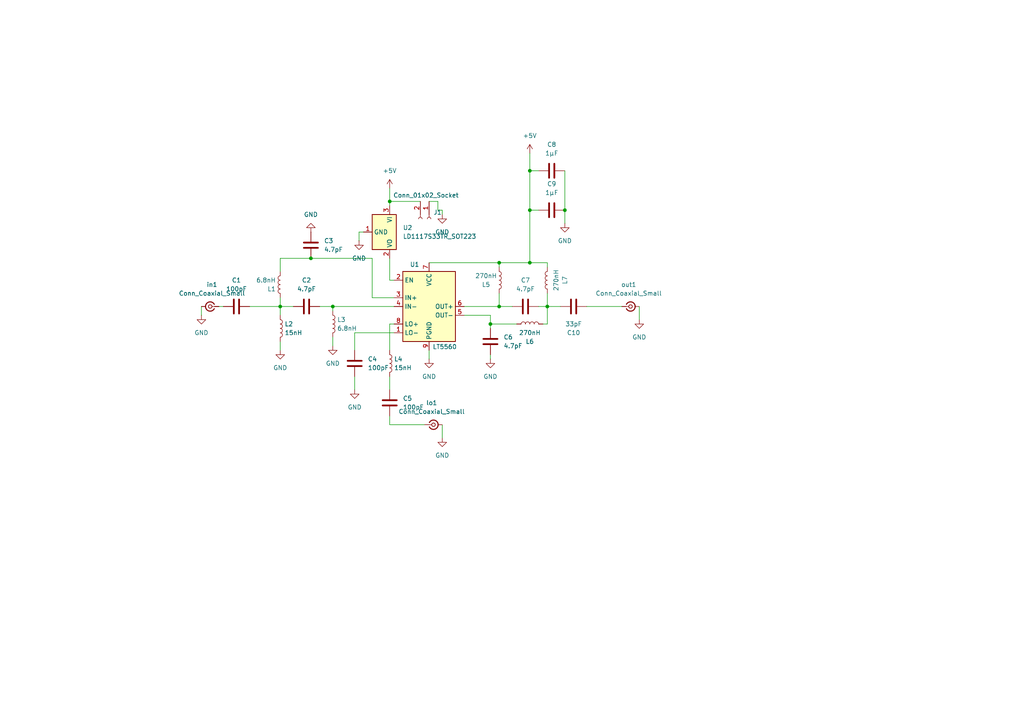
<source format=kicad_sch>
(kicad_sch
	(version 20231120)
	(generator "eeschema")
	(generator_version "8.0")
	(uuid "f1051f32-57d1-49dc-8516-9b20ad105f5c")
	(paper "A4")
	(lib_symbols
		(symbol "Connector:Conn_01x02_Socket"
			(pin_names
				(offset 1.016) hide)
			(exclude_from_sim no)
			(in_bom yes)
			(on_board yes)
			(property "Reference" "J"
				(at 0 2.54 0)
				(effects
					(font
						(size 1.27 1.27)
					)
				)
			)
			(property "Value" "Conn_01x02_Socket"
				(at 0 -5.08 0)
				(effects
					(font
						(size 1.27 1.27)
					)
				)
			)
			(property "Footprint" ""
				(at 0 0 0)
				(effects
					(font
						(size 1.27 1.27)
					)
					(hide yes)
				)
			)
			(property "Datasheet" "~"
				(at 0 0 0)
				(effects
					(font
						(size 1.27 1.27)
					)
					(hide yes)
				)
			)
			(property "Description" "Generic connector, single row, 01x02, script generated"
				(at 0 0 0)
				(effects
					(font
						(size 1.27 1.27)
					)
					(hide yes)
				)
			)
			(property "ki_locked" ""
				(at 0 0 0)
				(effects
					(font
						(size 1.27 1.27)
					)
				)
			)
			(property "ki_keywords" "connector"
				(at 0 0 0)
				(effects
					(font
						(size 1.27 1.27)
					)
					(hide yes)
				)
			)
			(property "ki_fp_filters" "Connector*:*_1x??_*"
				(at 0 0 0)
				(effects
					(font
						(size 1.27 1.27)
					)
					(hide yes)
				)
			)
			(symbol "Conn_01x02_Socket_1_1"
				(arc
					(start 0 -2.032)
					(mid -0.5058 -2.54)
					(end 0 -3.048)
					(stroke
						(width 0.1524)
						(type default)
					)
					(fill
						(type none)
					)
				)
				(polyline
					(pts
						(xy -1.27 -2.54) (xy -0.508 -2.54)
					)
					(stroke
						(width 0.1524)
						(type default)
					)
					(fill
						(type none)
					)
				)
				(polyline
					(pts
						(xy -1.27 0) (xy -0.508 0)
					)
					(stroke
						(width 0.1524)
						(type default)
					)
					(fill
						(type none)
					)
				)
				(arc
					(start 0 0.508)
					(mid -0.5058 0)
					(end 0 -0.508)
					(stroke
						(width 0.1524)
						(type default)
					)
					(fill
						(type none)
					)
				)
				(pin passive line
					(at -5.08 0 0)
					(length 3.81)
					(name "Pin_1"
						(effects
							(font
								(size 1.27 1.27)
							)
						)
					)
					(number "1"
						(effects
							(font
								(size 1.27 1.27)
							)
						)
					)
				)
				(pin passive line
					(at -5.08 -2.54 0)
					(length 3.81)
					(name "Pin_2"
						(effects
							(font
								(size 1.27 1.27)
							)
						)
					)
					(number "2"
						(effects
							(font
								(size 1.27 1.27)
							)
						)
					)
				)
			)
		)
		(symbol "Connector:Conn_Coaxial_Small"
			(pin_numbers hide)
			(pin_names
				(offset 1.016) hide)
			(exclude_from_sim no)
			(in_bom yes)
			(on_board yes)
			(property "Reference" "J"
				(at 0.254 3.048 0)
				(effects
					(font
						(size 1.27 1.27)
					)
				)
			)
			(property "Value" "Conn_Coaxial_Small"
				(at 0 -3.81 0)
				(effects
					(font
						(size 1.27 1.27)
					)
				)
			)
			(property "Footprint" ""
				(at 0 0 0)
				(effects
					(font
						(size 1.27 1.27)
					)
					(hide yes)
				)
			)
			(property "Datasheet" "~"
				(at 0 0 0)
				(effects
					(font
						(size 1.27 1.27)
					)
					(hide yes)
				)
			)
			(property "Description" "small coaxial connector (BNC, SMA, SMB, SMC, Cinch/RCA, LEMO, ...)"
				(at 0 0 0)
				(effects
					(font
						(size 1.27 1.27)
					)
					(hide yes)
				)
			)
			(property "ki_keywords" "BNC SMA SMB SMC LEMO coaxial connector CINCH RCA MCX MMCX U.FL UMRF"
				(at 0 0 0)
				(effects
					(font
						(size 1.27 1.27)
					)
					(hide yes)
				)
			)
			(property "ki_fp_filters" "*BNC* *SMA* *SMB* *SMC* *Cinch* *LEMO* *UMRF* *MCX* *U.FL*"
				(at 0 0 0)
				(effects
					(font
						(size 1.27 1.27)
					)
					(hide yes)
				)
			)
			(symbol "Conn_Coaxial_Small_0_1"
				(polyline
					(pts
						(xy -2.54 0) (xy -0.508 0)
					)
					(stroke
						(width 0)
						(type default)
					)
					(fill
						(type none)
					)
				)
				(circle
					(center 0 0)
					(radius 0.508)
					(stroke
						(width 0.2032)
						(type default)
					)
					(fill
						(type none)
					)
				)
			)
			(symbol "Conn_Coaxial_Small_1_1"
				(arc
					(start -1.1916 -0.6311)
					(mid 0.327 -1.3081)
					(end 1.3484 0.0039)
					(stroke
						(width 0.3048)
						(type default)
					)
					(fill
						(type none)
					)
				)
				(arc
					(start 1.3484 -0.0039)
					(mid 0.327 1.3081)
					(end -1.1916 0.6311)
					(stroke
						(width 0.3048)
						(type default)
					)
					(fill
						(type none)
					)
				)
				(pin passive line
					(at -2.54 0 0)
					(length 1.27)
					(name "In"
						(effects
							(font
								(size 1.27 1.27)
							)
						)
					)
					(number "1"
						(effects
							(font
								(size 1.27 1.27)
							)
						)
					)
				)
				(pin passive line
					(at 2.54 0 180)
					(length 1.27)
					(name "Ext"
						(effects
							(font
								(size 1.27 1.27)
							)
						)
					)
					(number "2"
						(effects
							(font
								(size 1.27 1.27)
							)
						)
					)
				)
			)
		)
		(symbol "Device:C"
			(pin_numbers hide)
			(pin_names
				(offset 0.254)
			)
			(exclude_from_sim no)
			(in_bom yes)
			(on_board yes)
			(property "Reference" "C"
				(at 0.635 2.54 0)
				(effects
					(font
						(size 1.27 1.27)
					)
					(justify left)
				)
			)
			(property "Value" "C"
				(at 0.635 -2.54 0)
				(effects
					(font
						(size 1.27 1.27)
					)
					(justify left)
				)
			)
			(property "Footprint" ""
				(at 0.9652 -3.81 0)
				(effects
					(font
						(size 1.27 1.27)
					)
					(hide yes)
				)
			)
			(property "Datasheet" "~"
				(at 0 0 0)
				(effects
					(font
						(size 1.27 1.27)
					)
					(hide yes)
				)
			)
			(property "Description" "Unpolarized capacitor"
				(at 0 0 0)
				(effects
					(font
						(size 1.27 1.27)
					)
					(hide yes)
				)
			)
			(property "ki_keywords" "cap capacitor"
				(at 0 0 0)
				(effects
					(font
						(size 1.27 1.27)
					)
					(hide yes)
				)
			)
			(property "ki_fp_filters" "C_*"
				(at 0 0 0)
				(effects
					(font
						(size 1.27 1.27)
					)
					(hide yes)
				)
			)
			(symbol "C_0_1"
				(polyline
					(pts
						(xy -2.032 -0.762) (xy 2.032 -0.762)
					)
					(stroke
						(width 0.508)
						(type default)
					)
					(fill
						(type none)
					)
				)
				(polyline
					(pts
						(xy -2.032 0.762) (xy 2.032 0.762)
					)
					(stroke
						(width 0.508)
						(type default)
					)
					(fill
						(type none)
					)
				)
			)
			(symbol "C_1_1"
				(pin passive line
					(at 0 3.81 270)
					(length 2.794)
					(name "~"
						(effects
							(font
								(size 1.27 1.27)
							)
						)
					)
					(number "1"
						(effects
							(font
								(size 1.27 1.27)
							)
						)
					)
				)
				(pin passive line
					(at 0 -3.81 90)
					(length 2.794)
					(name "~"
						(effects
							(font
								(size 1.27 1.27)
							)
						)
					)
					(number "2"
						(effects
							(font
								(size 1.27 1.27)
							)
						)
					)
				)
			)
		)
		(symbol "Device:L"
			(pin_numbers hide)
			(pin_names
				(offset 1.016) hide)
			(exclude_from_sim no)
			(in_bom yes)
			(on_board yes)
			(property "Reference" "L"
				(at -1.27 0 90)
				(effects
					(font
						(size 1.27 1.27)
					)
				)
			)
			(property "Value" "L"
				(at 1.905 0 90)
				(effects
					(font
						(size 1.27 1.27)
					)
				)
			)
			(property "Footprint" ""
				(at 0 0 0)
				(effects
					(font
						(size 1.27 1.27)
					)
					(hide yes)
				)
			)
			(property "Datasheet" "~"
				(at 0 0 0)
				(effects
					(font
						(size 1.27 1.27)
					)
					(hide yes)
				)
			)
			(property "Description" "Inductor"
				(at 0 0 0)
				(effects
					(font
						(size 1.27 1.27)
					)
					(hide yes)
				)
			)
			(property "ki_keywords" "inductor choke coil reactor magnetic"
				(at 0 0 0)
				(effects
					(font
						(size 1.27 1.27)
					)
					(hide yes)
				)
			)
			(property "ki_fp_filters" "Choke_* *Coil* Inductor_* L_*"
				(at 0 0 0)
				(effects
					(font
						(size 1.27 1.27)
					)
					(hide yes)
				)
			)
			(symbol "L_0_1"
				(arc
					(start 0 -2.54)
					(mid 0.6323 -1.905)
					(end 0 -1.27)
					(stroke
						(width 0)
						(type default)
					)
					(fill
						(type none)
					)
				)
				(arc
					(start 0 -1.27)
					(mid 0.6323 -0.635)
					(end 0 0)
					(stroke
						(width 0)
						(type default)
					)
					(fill
						(type none)
					)
				)
				(arc
					(start 0 0)
					(mid 0.6323 0.635)
					(end 0 1.27)
					(stroke
						(width 0)
						(type default)
					)
					(fill
						(type none)
					)
				)
				(arc
					(start 0 1.27)
					(mid 0.6323 1.905)
					(end 0 2.54)
					(stroke
						(width 0)
						(type default)
					)
					(fill
						(type none)
					)
				)
			)
			(symbol "L_1_1"
				(pin passive line
					(at 0 3.81 270)
					(length 1.27)
					(name "1"
						(effects
							(font
								(size 1.27 1.27)
							)
						)
					)
					(number "1"
						(effects
							(font
								(size 1.27 1.27)
							)
						)
					)
				)
				(pin passive line
					(at 0 -3.81 90)
					(length 1.27)
					(name "2"
						(effects
							(font
								(size 1.27 1.27)
							)
						)
					)
					(number "2"
						(effects
							(font
								(size 1.27 1.27)
							)
						)
					)
				)
			)
		)
		(symbol "RF_Mixer:LT5560"
			(exclude_from_sim no)
			(in_bom yes)
			(on_board yes)
			(property "Reference" "U"
				(at -3.81 13.97 0)
				(effects
					(font
						(size 1.27 1.27)
					)
				)
			)
			(property "Value" "LT5560"
				(at -6.35 11.43 0)
				(effects
					(font
						(size 1.27 1.27)
					)
				)
			)
			(property "Footprint" "Package_DFN_QFN:DFN-8-1EP_3x3mm_P0.5mm_EP1.66x2.38mm"
				(at 0 0 0)
				(effects
					(font
						(size 1.27 1.27)
					)
					(hide yes)
				)
			)
			(property "Datasheet" "https://www.analog.com/media/en/technical-documentation/data-sheets/5560f.pdf"
				(at 1.27 -19.05 0)
				(effects
					(font
						(size 1.27 1.27)
					)
					(hide yes)
				)
			)
			(property "Description" "0.01MHz to 4GHz Low Power Active Mixer, DFN-8"
				(at 0 0 0)
				(effects
					(font
						(size 1.27 1.27)
					)
					(hide yes)
				)
			)
			(property "ki_keywords" "rf mixer"
				(at 0 0 0)
				(effects
					(font
						(size 1.27 1.27)
					)
					(hide yes)
				)
			)
			(property "ki_fp_filters" "DFN*3x3mm*P0.5mm*"
				(at 0 0 0)
				(effects
					(font
						(size 1.27 1.27)
					)
					(hide yes)
				)
			)
			(symbol "LT5560_0_1"
				(rectangle
					(start -7.62 10.16)
					(end 7.62 -10.16)
					(stroke
						(width 0.254)
						(type default)
					)
					(fill
						(type background)
					)
				)
			)
			(symbol "LT5560_1_1"
				(pin input line
					(at -10.16 -7.62 0)
					(length 2.54)
					(name "LO-"
						(effects
							(font
								(size 1.27 1.27)
							)
						)
					)
					(number "1"
						(effects
							(font
								(size 1.27 1.27)
							)
						)
					)
				)
				(pin input line
					(at -10.16 7.62 0)
					(length 2.54)
					(name "EN"
						(effects
							(font
								(size 1.27 1.27)
							)
						)
					)
					(number "2"
						(effects
							(font
								(size 1.27 1.27)
							)
						)
					)
				)
				(pin input line
					(at -10.16 2.54 0)
					(length 2.54)
					(name "IN+"
						(effects
							(font
								(size 1.27 1.27)
							)
						)
					)
					(number "3"
						(effects
							(font
								(size 1.27 1.27)
							)
						)
					)
				)
				(pin input line
					(at -10.16 0 0)
					(length 2.54)
					(name "IN-"
						(effects
							(font
								(size 1.27 1.27)
							)
						)
					)
					(number "4"
						(effects
							(font
								(size 1.27 1.27)
							)
						)
					)
				)
				(pin output line
					(at 10.16 -2.54 180)
					(length 2.54)
					(name "OUT-"
						(effects
							(font
								(size 1.27 1.27)
							)
						)
					)
					(number "5"
						(effects
							(font
								(size 1.27 1.27)
							)
						)
					)
				)
				(pin output line
					(at 10.16 0 180)
					(length 2.54)
					(name "OUT+"
						(effects
							(font
								(size 1.27 1.27)
							)
						)
					)
					(number "6"
						(effects
							(font
								(size 1.27 1.27)
							)
						)
					)
				)
				(pin power_in line
					(at 0 12.7 270)
					(length 2.54)
					(name "VCC"
						(effects
							(font
								(size 1.27 1.27)
							)
						)
					)
					(number "7"
						(effects
							(font
								(size 1.27 1.27)
							)
						)
					)
				)
				(pin input line
					(at -10.16 -5.08 0)
					(length 2.54)
					(name "LO+"
						(effects
							(font
								(size 1.27 1.27)
							)
						)
					)
					(number "8"
						(effects
							(font
								(size 1.27 1.27)
							)
						)
					)
				)
				(pin power_in line
					(at 0 -12.7 90)
					(length 2.54)
					(name "PGND"
						(effects
							(font
								(size 1.27 1.27)
							)
						)
					)
					(number "9"
						(effects
							(font
								(size 1.27 1.27)
							)
						)
					)
				)
			)
		)
		(symbol "Regulator_Linear:LD1117S33TR_SOT223"
			(exclude_from_sim no)
			(in_bom yes)
			(on_board yes)
			(property "Reference" "U"
				(at -3.81 3.175 0)
				(effects
					(font
						(size 1.27 1.27)
					)
				)
			)
			(property "Value" "LD1117S33TR_SOT223"
				(at 0 3.175 0)
				(effects
					(font
						(size 1.27 1.27)
					)
					(justify left)
				)
			)
			(property "Footprint" "Package_TO_SOT_SMD:SOT-223-3_TabPin2"
				(at 0 5.08 0)
				(effects
					(font
						(size 1.27 1.27)
					)
					(hide yes)
				)
			)
			(property "Datasheet" "http://www.st.com/st-web-ui/static/active/en/resource/technical/document/datasheet/CD00000544.pdf"
				(at 2.54 -6.35 0)
				(effects
					(font
						(size 1.27 1.27)
					)
					(hide yes)
				)
			)
			(property "Description" "800mA Fixed Low Drop Positive Voltage Regulator, Fixed Output 3.3V, SOT-223"
				(at 0 0 0)
				(effects
					(font
						(size 1.27 1.27)
					)
					(hide yes)
				)
			)
			(property "ki_keywords" "REGULATOR LDO 3.3V"
				(at 0 0 0)
				(effects
					(font
						(size 1.27 1.27)
					)
					(hide yes)
				)
			)
			(property "ki_fp_filters" "SOT?223*TabPin2*"
				(at 0 0 0)
				(effects
					(font
						(size 1.27 1.27)
					)
					(hide yes)
				)
			)
			(symbol "LD1117S33TR_SOT223_0_1"
				(rectangle
					(start -5.08 -5.08)
					(end 5.08 1.905)
					(stroke
						(width 0.254)
						(type default)
					)
					(fill
						(type background)
					)
				)
			)
			(symbol "LD1117S33TR_SOT223_1_1"
				(pin power_in line
					(at 0 -7.62 90)
					(length 2.54)
					(name "GND"
						(effects
							(font
								(size 1.27 1.27)
							)
						)
					)
					(number "1"
						(effects
							(font
								(size 1.27 1.27)
							)
						)
					)
				)
				(pin power_out line
					(at 7.62 0 180)
					(length 2.54)
					(name "VO"
						(effects
							(font
								(size 1.27 1.27)
							)
						)
					)
					(number "2"
						(effects
							(font
								(size 1.27 1.27)
							)
						)
					)
				)
				(pin power_in line
					(at -7.62 0 0)
					(length 2.54)
					(name "VI"
						(effects
							(font
								(size 1.27 1.27)
							)
						)
					)
					(number "3"
						(effects
							(font
								(size 1.27 1.27)
							)
						)
					)
				)
			)
		)
		(symbol "power:+5V"
			(power)
			(pin_numbers hide)
			(pin_names
				(offset 0) hide)
			(exclude_from_sim no)
			(in_bom yes)
			(on_board yes)
			(property "Reference" "#PWR"
				(at 0 -3.81 0)
				(effects
					(font
						(size 1.27 1.27)
					)
					(hide yes)
				)
			)
			(property "Value" "+5V"
				(at 0 3.556 0)
				(effects
					(font
						(size 1.27 1.27)
					)
				)
			)
			(property "Footprint" ""
				(at 0 0 0)
				(effects
					(font
						(size 1.27 1.27)
					)
					(hide yes)
				)
			)
			(property "Datasheet" ""
				(at 0 0 0)
				(effects
					(font
						(size 1.27 1.27)
					)
					(hide yes)
				)
			)
			(property "Description" "Power symbol creates a global label with name \"+5V\""
				(at 0 0 0)
				(effects
					(font
						(size 1.27 1.27)
					)
					(hide yes)
				)
			)
			(property "ki_keywords" "global power"
				(at 0 0 0)
				(effects
					(font
						(size 1.27 1.27)
					)
					(hide yes)
				)
			)
			(symbol "+5V_0_1"
				(polyline
					(pts
						(xy -0.762 1.27) (xy 0 2.54)
					)
					(stroke
						(width 0)
						(type default)
					)
					(fill
						(type none)
					)
				)
				(polyline
					(pts
						(xy 0 0) (xy 0 2.54)
					)
					(stroke
						(width 0)
						(type default)
					)
					(fill
						(type none)
					)
				)
				(polyline
					(pts
						(xy 0 2.54) (xy 0.762 1.27)
					)
					(stroke
						(width 0)
						(type default)
					)
					(fill
						(type none)
					)
				)
			)
			(symbol "+5V_1_1"
				(pin power_in line
					(at 0 0 90)
					(length 0)
					(name "~"
						(effects
							(font
								(size 1.27 1.27)
							)
						)
					)
					(number "1"
						(effects
							(font
								(size 1.27 1.27)
							)
						)
					)
				)
			)
		)
		(symbol "power:GND"
			(power)
			(pin_numbers hide)
			(pin_names
				(offset 0) hide)
			(exclude_from_sim no)
			(in_bom yes)
			(on_board yes)
			(property "Reference" "#PWR"
				(at 0 -6.35 0)
				(effects
					(font
						(size 1.27 1.27)
					)
					(hide yes)
				)
			)
			(property "Value" "GND"
				(at 0 -3.81 0)
				(effects
					(font
						(size 1.27 1.27)
					)
				)
			)
			(property "Footprint" ""
				(at 0 0 0)
				(effects
					(font
						(size 1.27 1.27)
					)
					(hide yes)
				)
			)
			(property "Datasheet" ""
				(at 0 0 0)
				(effects
					(font
						(size 1.27 1.27)
					)
					(hide yes)
				)
			)
			(property "Description" "Power symbol creates a global label with name \"GND\" , ground"
				(at 0 0 0)
				(effects
					(font
						(size 1.27 1.27)
					)
					(hide yes)
				)
			)
			(property "ki_keywords" "global power"
				(at 0 0 0)
				(effects
					(font
						(size 1.27 1.27)
					)
					(hide yes)
				)
			)
			(symbol "GND_0_1"
				(polyline
					(pts
						(xy 0 0) (xy 0 -1.27) (xy 1.27 -1.27) (xy 0 -2.54) (xy -1.27 -1.27) (xy 0 -1.27)
					)
					(stroke
						(width 0)
						(type default)
					)
					(fill
						(type none)
					)
				)
			)
			(symbol "GND_1_1"
				(pin power_in line
					(at 0 0 270)
					(length 0)
					(name "~"
						(effects
							(font
								(size 1.27 1.27)
							)
						)
					)
					(number "1"
						(effects
							(font
								(size 1.27 1.27)
							)
						)
					)
				)
			)
		)
	)
	(junction
		(at 142.24 93.98)
		(diameter 0)
		(color 0 0 0 0)
		(uuid "05edf8be-9ddf-4aca-8581-55b8e4a5b7dc")
	)
	(junction
		(at 153.67 49.53)
		(diameter 0)
		(color 0 0 0 0)
		(uuid "444e5eac-749e-4093-8183-2c92367db257")
	)
	(junction
		(at 163.83 60.96)
		(diameter 0)
		(color 0 0 0 0)
		(uuid "4b21dafe-82b0-4645-a5c1-9623f48b1df0")
	)
	(junction
		(at 81.28 88.9)
		(diameter 0)
		(color 0 0 0 0)
		(uuid "6fb27adb-a18a-4121-8b83-a7b3070d0ca8")
	)
	(junction
		(at 144.78 88.9)
		(diameter 0)
		(color 0 0 0 0)
		(uuid "89a04f7e-564b-4d53-b11c-baab7752dc71")
	)
	(junction
		(at 153.67 76.2)
		(diameter 0)
		(color 0 0 0 0)
		(uuid "9b2862a2-34ed-43a5-bddf-70e55879f7ec")
	)
	(junction
		(at 90.17 74.93)
		(diameter 0)
		(color 0 0 0 0)
		(uuid "a0626f38-f58f-4bbe-97d3-541629ca6e02")
	)
	(junction
		(at 113.03 58.42)
		(diameter 0)
		(color 0 0 0 0)
		(uuid "b9ef6445-32f8-43a4-b824-fb5f6e2a031d")
	)
	(junction
		(at 158.75 88.9)
		(diameter 0)
		(color 0 0 0 0)
		(uuid "c368748c-3514-4bb6-b29c-e750fa3c746b")
	)
	(junction
		(at 144.78 76.2)
		(diameter 0)
		(color 0 0 0 0)
		(uuid "cbc59467-5fa0-414d-8eae-1a0531a350ab")
	)
	(junction
		(at 153.67 60.96)
		(diameter 0)
		(color 0 0 0 0)
		(uuid "d3f2a959-f4f4-4f10-ba37-575348b52d72")
	)
	(junction
		(at 96.52 88.9)
		(diameter 0)
		(color 0 0 0 0)
		(uuid "f824d76d-02f7-46f9-8884-2de0047f5086")
	)
	(wire
		(pts
			(xy 107.95 86.36) (xy 107.95 74.93)
		)
		(stroke
			(width 0)
			(type default)
		)
		(uuid "03b5c288-7ec6-45c9-97c0-e478627613bb")
	)
	(wire
		(pts
			(xy 180.34 88.9) (xy 170.18 88.9)
		)
		(stroke
			(width 0)
			(type default)
		)
		(uuid "0f055e43-58f1-4817-91e3-58eef80a9a1b")
	)
	(wire
		(pts
			(xy 124.46 101.6) (xy 124.46 104.14)
		)
		(stroke
			(width 0)
			(type default)
		)
		(uuid "19a34685-53df-4b44-a8d3-843136598aad")
	)
	(wire
		(pts
			(xy 72.39 88.9) (xy 81.28 88.9)
		)
		(stroke
			(width 0)
			(type default)
		)
		(uuid "1fe3f2f1-4c29-49a6-b30f-75b17e3fe18f")
	)
	(wire
		(pts
			(xy 185.42 88.9) (xy 185.42 92.71)
		)
		(stroke
			(width 0)
			(type default)
		)
		(uuid "23ebeb40-af50-4c80-b472-df079cf4f51a")
	)
	(wire
		(pts
			(xy 144.78 85.09) (xy 144.78 88.9)
		)
		(stroke
			(width 0)
			(type default)
		)
		(uuid "2506c8b7-351f-4644-a339-9aaa47dd6863")
	)
	(wire
		(pts
			(xy 144.78 76.2) (xy 144.78 77.47)
		)
		(stroke
			(width 0)
			(type default)
		)
		(uuid "25376d0e-c333-4d91-a536-4bba635676eb")
	)
	(wire
		(pts
			(xy 81.28 91.44) (xy 81.28 88.9)
		)
		(stroke
			(width 0)
			(type default)
		)
		(uuid "254c4e22-e4d1-4028-ba9c-f319a05e12bd")
	)
	(wire
		(pts
			(xy 142.24 102.87) (xy 142.24 104.14)
		)
		(stroke
			(width 0)
			(type default)
		)
		(uuid "27c073f8-50a8-4fc7-9aaf-b20017b2fedf")
	)
	(wire
		(pts
			(xy 81.28 88.9) (xy 81.28 86.36)
		)
		(stroke
			(width 0)
			(type default)
		)
		(uuid "309a4e3c-f47f-4183-aeef-e6be2aae3148")
	)
	(wire
		(pts
			(xy 113.03 54.61) (xy 113.03 58.42)
		)
		(stroke
			(width 0)
			(type default)
		)
		(uuid "3324efa1-ddd6-4ff7-b6a2-f709b7bc5435")
	)
	(wire
		(pts
			(xy 105.41 67.31) (xy 104.14 67.31)
		)
		(stroke
			(width 0)
			(type default)
		)
		(uuid "3502a4ea-e7ce-49ed-a88f-0b4257e80cd9")
	)
	(wire
		(pts
			(xy 158.75 88.9) (xy 162.56 88.9)
		)
		(stroke
			(width 0)
			(type default)
		)
		(uuid "396145cf-b9e4-4ae8-addb-a3247cc2f13c")
	)
	(wire
		(pts
			(xy 158.75 93.98) (xy 158.75 88.9)
		)
		(stroke
			(width 0)
			(type default)
		)
		(uuid "3f61bfd0-4122-4df8-b6ff-e397fcfa55be")
	)
	(wire
		(pts
			(xy 153.67 49.53) (xy 156.21 49.53)
		)
		(stroke
			(width 0)
			(type default)
		)
		(uuid "3f8c72c6-9b14-46e8-b00d-add7602c785e")
	)
	(wire
		(pts
			(xy 104.14 67.31) (xy 104.14 69.85)
		)
		(stroke
			(width 0)
			(type default)
		)
		(uuid "471b5ffa-e42c-4347-94d8-1d17bd7cfd58")
	)
	(wire
		(pts
			(xy 102.87 109.22) (xy 102.87 113.03)
		)
		(stroke
			(width 0)
			(type default)
		)
		(uuid "4b7ece8b-a1aa-4c85-91b2-05aa392f626c")
	)
	(wire
		(pts
			(xy 153.67 49.53) (xy 153.67 60.96)
		)
		(stroke
			(width 0)
			(type default)
		)
		(uuid "55dce81c-36de-4977-8054-92439b20c5fc")
	)
	(wire
		(pts
			(xy 142.24 93.98) (xy 149.86 93.98)
		)
		(stroke
			(width 0)
			(type default)
		)
		(uuid "62c5500e-9f00-4171-a28f-5155579f32ac")
	)
	(wire
		(pts
			(xy 142.24 95.25) (xy 142.24 93.98)
		)
		(stroke
			(width 0)
			(type default)
		)
		(uuid "63303ef2-4520-4ea9-b478-3131d0b6d6c9")
	)
	(wire
		(pts
			(xy 158.75 85.09) (xy 158.75 88.9)
		)
		(stroke
			(width 0)
			(type default)
		)
		(uuid "63ea9c17-5c9f-487d-8243-d6a8ee7b49d0")
	)
	(wire
		(pts
			(xy 113.03 58.42) (xy 121.92 58.42)
		)
		(stroke
			(width 0)
			(type default)
		)
		(uuid "645c9472-8769-43a0-9f99-8f2bb67151cc")
	)
	(wire
		(pts
			(xy 81.28 101.6) (xy 81.28 99.06)
		)
		(stroke
			(width 0)
			(type default)
		)
		(uuid "64caf787-85a2-406d-b965-3ad01a3fe4f1")
	)
	(wire
		(pts
			(xy 144.78 88.9) (xy 148.59 88.9)
		)
		(stroke
			(width 0)
			(type default)
		)
		(uuid "655b5722-64df-4a52-a7ff-a3bb2d51d221")
	)
	(wire
		(pts
			(xy 153.67 76.2) (xy 158.75 76.2)
		)
		(stroke
			(width 0)
			(type default)
		)
		(uuid "6980b717-618a-4bcb-9dc4-5d97c1ddfd57")
	)
	(wire
		(pts
			(xy 124.46 76.2) (xy 144.78 76.2)
		)
		(stroke
			(width 0)
			(type default)
		)
		(uuid "6b08342c-653d-4440-a070-d183fecc505e")
	)
	(wire
		(pts
			(xy 163.83 64.77) (xy 163.83 60.96)
		)
		(stroke
			(width 0)
			(type default)
		)
		(uuid "6bddd35c-e6bd-47c0-812b-603c26ad420d")
	)
	(wire
		(pts
			(xy 113.03 93.98) (xy 114.3 93.98)
		)
		(stroke
			(width 0)
			(type default)
		)
		(uuid "76109df0-3477-42c9-b556-93f988a97602")
	)
	(wire
		(pts
			(xy 63.5 88.9) (xy 64.77 88.9)
		)
		(stroke
			(width 0)
			(type default)
		)
		(uuid "775ed9fb-9314-4b81-abc0-95c08f45c252")
	)
	(wire
		(pts
			(xy 158.75 76.2) (xy 158.75 77.47)
		)
		(stroke
			(width 0)
			(type default)
		)
		(uuid "7b3a2b1e-e51d-411b-b20e-4c7069ce097a")
	)
	(wire
		(pts
			(xy 113.03 123.19) (xy 113.03 120.65)
		)
		(stroke
			(width 0)
			(type default)
		)
		(uuid "83b97da4-3545-4ed9-b34b-ad4fc92419bc")
	)
	(wire
		(pts
			(xy 92.71 88.9) (xy 96.52 88.9)
		)
		(stroke
			(width 0)
			(type default)
		)
		(uuid "85dd3485-b1b6-4e21-9322-322aa1c29b4e")
	)
	(wire
		(pts
			(xy 156.21 88.9) (xy 158.75 88.9)
		)
		(stroke
			(width 0)
			(type default)
		)
		(uuid "8ed05d5c-1032-49c5-be88-14da6d6762b2")
	)
	(wire
		(pts
			(xy 85.09 88.9) (xy 81.28 88.9)
		)
		(stroke
			(width 0)
			(type default)
		)
		(uuid "8eeb0765-bf6b-44d3-8d9b-23e497e97781")
	)
	(wire
		(pts
			(xy 102.87 96.52) (xy 114.3 96.52)
		)
		(stroke
			(width 0)
			(type default)
		)
		(uuid "921fbd52-5a30-44b7-8f8c-48bcb556993b")
	)
	(wire
		(pts
			(xy 128.27 60.96) (xy 127 60.96)
		)
		(stroke
			(width 0)
			(type default)
		)
		(uuid "94ffc35f-95c8-46e6-9f7a-79cb10a7b952")
	)
	(wire
		(pts
			(xy 96.52 88.9) (xy 96.52 90.17)
		)
		(stroke
			(width 0)
			(type default)
		)
		(uuid "98dd8ebd-7300-4de0-bac1-25449b149008")
	)
	(wire
		(pts
			(xy 102.87 101.6) (xy 102.87 96.52)
		)
		(stroke
			(width 0)
			(type default)
		)
		(uuid "99a3f78e-fbaa-4af3-8ed9-50b09935d957")
	)
	(wire
		(pts
			(xy 142.24 93.98) (xy 142.24 91.44)
		)
		(stroke
			(width 0)
			(type default)
		)
		(uuid "9d0fa0bd-40ca-4bce-bb9f-0c131e7450a9")
	)
	(wire
		(pts
			(xy 127 60.96) (xy 127 58.42)
		)
		(stroke
			(width 0)
			(type default)
		)
		(uuid "9d3bf2fe-2561-4407-addd-29b8b5e22291")
	)
	(wire
		(pts
			(xy 128.27 123.19) (xy 128.27 127)
		)
		(stroke
			(width 0)
			(type default)
		)
		(uuid "a0a3b3d5-d497-4a04-b5e2-a2d93ac8444f")
	)
	(wire
		(pts
			(xy 153.67 44.45) (xy 153.67 49.53)
		)
		(stroke
			(width 0)
			(type default)
		)
		(uuid "a1df52b5-223d-4cc2-9464-984af2bb6c1a")
	)
	(wire
		(pts
			(xy 123.19 123.19) (xy 113.03 123.19)
		)
		(stroke
			(width 0)
			(type default)
		)
		(uuid "a75c7b5e-8366-4580-92a9-8f38a579383f")
	)
	(wire
		(pts
			(xy 114.3 86.36) (xy 107.95 86.36)
		)
		(stroke
			(width 0)
			(type default)
		)
		(uuid "a82d48ab-cbf4-423e-9e18-53fd61d4b589")
	)
	(wire
		(pts
			(xy 58.42 91.44) (xy 58.42 88.9)
		)
		(stroke
			(width 0)
			(type default)
		)
		(uuid "aaa3e224-8ef7-43f2-a97b-8daaafa7b448")
	)
	(wire
		(pts
			(xy 107.95 74.93) (xy 90.17 74.93)
		)
		(stroke
			(width 0)
			(type default)
		)
		(uuid "aec2b81b-d1de-49a7-8c6d-460b69687876")
	)
	(wire
		(pts
			(xy 144.78 76.2) (xy 153.67 76.2)
		)
		(stroke
			(width 0)
			(type default)
		)
		(uuid "b0d24422-eba5-4e4f-8ba4-6fca7f10b40d")
	)
	(wire
		(pts
			(xy 113.03 74.93) (xy 113.03 81.28)
		)
		(stroke
			(width 0)
			(type default)
		)
		(uuid "b1a4d224-aeb6-412a-8c53-fc0907ed3fc7")
	)
	(wire
		(pts
			(xy 163.83 49.53) (xy 163.83 60.96)
		)
		(stroke
			(width 0)
			(type default)
		)
		(uuid "bb1fff33-f3d8-4162-b0df-f05017b077c0")
	)
	(wire
		(pts
			(xy 96.52 97.79) (xy 96.52 100.33)
		)
		(stroke
			(width 0)
			(type default)
		)
		(uuid "bb9fda77-9dc2-4fc8-902d-96b2e06f1d72")
	)
	(wire
		(pts
			(xy 113.03 81.28) (xy 114.3 81.28)
		)
		(stroke
			(width 0)
			(type default)
		)
		(uuid "be96269b-c67f-4f89-9356-a66d5adcf9b3")
	)
	(wire
		(pts
			(xy 114.3 88.9) (xy 96.52 88.9)
		)
		(stroke
			(width 0)
			(type default)
		)
		(uuid "cb655d21-b1a8-4732-89e4-a32f106ed296")
	)
	(wire
		(pts
			(xy 113.03 58.42) (xy 113.03 59.69)
		)
		(stroke
			(width 0)
			(type default)
		)
		(uuid "cdd10c6d-12d2-460d-8ea6-e6c2de2cdc61")
	)
	(wire
		(pts
			(xy 113.03 109.22) (xy 113.03 113.03)
		)
		(stroke
			(width 0)
			(type default)
		)
		(uuid "d162f785-00e9-4c58-8e74-f4e92a809a58")
	)
	(wire
		(pts
			(xy 124.46 58.42) (xy 127 58.42)
		)
		(stroke
			(width 0)
			(type default)
		)
		(uuid "d9265805-4fdb-45b2-aa56-047a5f97244c")
	)
	(wire
		(pts
			(xy 128.27 62.23) (xy 128.27 60.96)
		)
		(stroke
			(width 0)
			(type default)
		)
		(uuid "ddaf75ca-c135-4407-a9ec-7ac0fa3d7b2f")
	)
	(wire
		(pts
			(xy 81.28 78.74) (xy 81.28 74.93)
		)
		(stroke
			(width 0)
			(type default)
		)
		(uuid "e3175f87-24e3-4fa5-9458-a7c8372428d5")
	)
	(wire
		(pts
			(xy 81.28 74.93) (xy 90.17 74.93)
		)
		(stroke
			(width 0)
			(type default)
		)
		(uuid "e35f6d0e-857b-4a45-86f3-59615efc30c5")
	)
	(wire
		(pts
			(xy 142.24 91.44) (xy 134.62 91.44)
		)
		(stroke
			(width 0)
			(type default)
		)
		(uuid "e5e9f43a-2ae2-46d9-be9e-65e99fb9d5e3")
	)
	(wire
		(pts
			(xy 157.48 93.98) (xy 158.75 93.98)
		)
		(stroke
			(width 0)
			(type default)
		)
		(uuid "e8217544-9a0a-482b-b5fd-c31a3f124555")
	)
	(wire
		(pts
			(xy 156.21 60.96) (xy 153.67 60.96)
		)
		(stroke
			(width 0)
			(type default)
		)
		(uuid "f16ad8e6-8d01-4c4e-8da1-7f609d372585")
	)
	(wire
		(pts
			(xy 153.67 60.96) (xy 153.67 76.2)
		)
		(stroke
			(width 0)
			(type default)
		)
		(uuid "f2e34905-6a2c-44e0-b23b-8c2819f55af5")
	)
	(wire
		(pts
			(xy 134.62 88.9) (xy 144.78 88.9)
		)
		(stroke
			(width 0)
			(type default)
		)
		(uuid "f9ad2997-0949-4247-ba78-0bb8df164c8f")
	)
	(wire
		(pts
			(xy 113.03 101.6) (xy 113.03 93.98)
		)
		(stroke
			(width 0)
			(type default)
		)
		(uuid "f9ffaac9-3b21-4596-8a56-22f5a34b2e6f")
	)
	(symbol
		(lib_id "Device:L")
		(at 158.75 81.28 0)
		(mirror y)
		(unit 1)
		(exclude_from_sim no)
		(in_bom yes)
		(on_board yes)
		(dnp no)
		(uuid "01c75963-1528-4fa9-9ab8-1c61db731f00")
		(property "Reference" "L7"
			(at 163.83 81.28 90)
			(effects
				(font
					(size 1.27 1.27)
				)
			)
		)
		(property "Value" "270nH"
			(at 161.29 81.28 90)
			(effects
				(font
					(size 1.27 1.27)
				)
			)
		)
		(property "Footprint" "Inductor_SMD:L_1206_3216Metric_Pad1.42x1.75mm_HandSolder"
			(at 158.75 81.28 0)
			(effects
				(font
					(size 1.27 1.27)
				)
				(hide yes)
			)
		)
		(property "Datasheet" "~"
			(at 158.75 81.28 0)
			(effects
				(font
					(size 1.27 1.27)
				)
				(hide yes)
			)
		)
		(property "Description" "Inductor"
			(at 158.75 81.28 0)
			(effects
				(font
					(size 1.27 1.27)
				)
				(hide yes)
			)
		)
		(pin "1"
			(uuid "8a53c4f3-6aa8-4336-86a7-e2c641be4186")
		)
		(pin "2"
			(uuid "c46889a4-f64f-4ddc-a937-512e1f74b3ec")
		)
		(instances
			(project "rf Mixer"
				(path "/f1051f32-57d1-49dc-8516-9b20ad105f5c"
					(reference "L7")
					(unit 1)
				)
			)
		)
	)
	(symbol
		(lib_id "Device:L")
		(at 153.67 93.98 270)
		(mirror x)
		(unit 1)
		(exclude_from_sim no)
		(in_bom yes)
		(on_board yes)
		(dnp no)
		(uuid "0411df96-f35e-422c-8f61-2d184688ecc8")
		(property "Reference" "L6"
			(at 153.67 99.06 90)
			(effects
				(font
					(size 1.27 1.27)
				)
			)
		)
		(property "Value" "270nH"
			(at 153.67 96.52 90)
			(effects
				(font
					(size 1.27 1.27)
				)
			)
		)
		(property "Footprint" "Inductor_SMD:L_1206_3216Metric_Pad1.42x1.75mm_HandSolder"
			(at 153.67 93.98 0)
			(effects
				(font
					(size 1.27 1.27)
				)
				(hide yes)
			)
		)
		(property "Datasheet" "~"
			(at 153.67 93.98 0)
			(effects
				(font
					(size 1.27 1.27)
				)
				(hide yes)
			)
		)
		(property "Description" "Inductor"
			(at 153.67 93.98 0)
			(effects
				(font
					(size 1.27 1.27)
				)
				(hide yes)
			)
		)
		(pin "1"
			(uuid "3b726420-8138-4e66-a224-0f8bc710ab5f")
		)
		(pin "2"
			(uuid "b5d0a058-ef9f-4844-84ac-ec9efa073572")
		)
		(instances
			(project "rf Mixer"
				(path "/f1051f32-57d1-49dc-8516-9b20ad105f5c"
					(reference "L6")
					(unit 1)
				)
			)
		)
	)
	(symbol
		(lib_id "power:+5V")
		(at 153.67 44.45 0)
		(unit 1)
		(exclude_from_sim no)
		(in_bom yes)
		(on_board yes)
		(dnp no)
		(fields_autoplaced yes)
		(uuid "0cb16b5c-6bbc-45ca-96b3-b1c27b19e0d5")
		(property "Reference" "#PWR011"
			(at 153.67 48.26 0)
			(effects
				(font
					(size 1.27 1.27)
				)
				(hide yes)
			)
		)
		(property "Value" "+5V"
			(at 153.67 39.37 0)
			(effects
				(font
					(size 1.27 1.27)
				)
			)
		)
		(property "Footprint" ""
			(at 153.67 44.45 0)
			(effects
				(font
					(size 1.27 1.27)
				)
				(hide yes)
			)
		)
		(property "Datasheet" ""
			(at 153.67 44.45 0)
			(effects
				(font
					(size 1.27 1.27)
				)
				(hide yes)
			)
		)
		(property "Description" "Power symbol creates a global label with name \"+5V\""
			(at 153.67 44.45 0)
			(effects
				(font
					(size 1.27 1.27)
				)
				(hide yes)
			)
		)
		(pin "1"
			(uuid "312811fe-e758-485c-9877-674d640351e4")
		)
		(instances
			(project ""
				(path "/f1051f32-57d1-49dc-8516-9b20ad105f5c"
					(reference "#PWR011")
					(unit 1)
				)
			)
		)
	)
	(symbol
		(lib_id "Connector:Conn_Coaxial_Small")
		(at 182.88 88.9 0)
		(unit 1)
		(exclude_from_sim no)
		(in_bom yes)
		(on_board yes)
		(dnp no)
		(fields_autoplaced yes)
		(uuid "13f16d96-5ceb-4ea6-aa06-93ad0518843b")
		(property "Reference" "out1"
			(at 182.3604 82.55 0)
			(effects
				(font
					(size 1.27 1.27)
				)
			)
		)
		(property "Value" "Conn_Coaxial_Small"
			(at 182.3604 85.09 0)
			(effects
				(font
					(size 1.27 1.27)
				)
			)
		)
		(property "Footprint" "Connector_Coaxial:SMA_Samtec_SMA-J-P-H-ST-EM1_EdgeMount"
			(at 182.88 88.9 0)
			(effects
				(font
					(size 1.27 1.27)
				)
				(hide yes)
			)
		)
		(property "Datasheet" "~"
			(at 182.88 88.9 0)
			(effects
				(font
					(size 1.27 1.27)
				)
				(hide yes)
			)
		)
		(property "Description" "small coaxial connector (BNC, SMA, SMB, SMC, Cinch/RCA, LEMO, ...)"
			(at 182.88 88.9 0)
			(effects
				(font
					(size 1.27 1.27)
				)
				(hide yes)
			)
		)
		(pin "1"
			(uuid "63f5db49-7464-41d0-914b-2d850b245ca5")
		)
		(pin "2"
			(uuid "46e82583-2311-4ed0-befd-e92f791df270")
		)
		(instances
			(project "rf Mixer"
				(path "/f1051f32-57d1-49dc-8516-9b20ad105f5c"
					(reference "out1")
					(unit 1)
				)
			)
		)
	)
	(symbol
		(lib_id "power:GND")
		(at 81.28 101.6 0)
		(unit 1)
		(exclude_from_sim no)
		(in_bom yes)
		(on_board yes)
		(dnp no)
		(fields_autoplaced yes)
		(uuid "20a38e39-b791-4086-a9b5-df48ea6b7f41")
		(property "Reference" "#PWR02"
			(at 81.28 107.95 0)
			(effects
				(font
					(size 1.27 1.27)
				)
				(hide yes)
			)
		)
		(property "Value" "GND"
			(at 81.28 106.68 0)
			(effects
				(font
					(size 1.27 1.27)
				)
			)
		)
		(property "Footprint" ""
			(at 81.28 101.6 0)
			(effects
				(font
					(size 1.27 1.27)
				)
				(hide yes)
			)
		)
		(property "Datasheet" ""
			(at 81.28 101.6 0)
			(effects
				(font
					(size 1.27 1.27)
				)
				(hide yes)
			)
		)
		(property "Description" "Power symbol creates a global label with name \"GND\" , ground"
			(at 81.28 101.6 0)
			(effects
				(font
					(size 1.27 1.27)
				)
				(hide yes)
			)
		)
		(pin "1"
			(uuid "7c6511b7-4778-4500-8217-1ecc4d5eb518")
		)
		(instances
			(project "rf Mixer"
				(path "/f1051f32-57d1-49dc-8516-9b20ad105f5c"
					(reference "#PWR02")
					(unit 1)
				)
			)
		)
	)
	(symbol
		(lib_id "Device:L")
		(at 81.28 95.25 0)
		(unit 1)
		(exclude_from_sim no)
		(in_bom yes)
		(on_board yes)
		(dnp no)
		(fields_autoplaced yes)
		(uuid "223b5b1e-bf48-4f94-8f5e-8b10aac11f1e")
		(property "Reference" "L2"
			(at 82.55 93.9799 0)
			(effects
				(font
					(size 1.27 1.27)
				)
				(justify left)
			)
		)
		(property "Value" "15nH"
			(at 82.55 96.5199 0)
			(effects
				(font
					(size 1.27 1.27)
				)
				(justify left)
			)
		)
		(property "Footprint" "Inductor_SMD:L_1206_3216Metric_Pad1.42x1.75mm_HandSolder"
			(at 81.28 95.25 0)
			(effects
				(font
					(size 1.27 1.27)
				)
				(hide yes)
			)
		)
		(property "Datasheet" "~"
			(at 81.28 95.25 0)
			(effects
				(font
					(size 1.27 1.27)
				)
				(hide yes)
			)
		)
		(property "Description" "Inductor"
			(at 81.28 95.25 0)
			(effects
				(font
					(size 1.27 1.27)
				)
				(hide yes)
			)
		)
		(pin "1"
			(uuid "f63af419-5661-4ca4-813e-a548157328a2")
		)
		(pin "2"
			(uuid "0f65cd04-cc81-44fe-a91f-ad9949e31b5c")
		)
		(instances
			(project "rf Mixer"
				(path "/f1051f32-57d1-49dc-8516-9b20ad105f5c"
					(reference "L2")
					(unit 1)
				)
			)
		)
	)
	(symbol
		(lib_id "Device:L")
		(at 113.03 105.41 0)
		(unit 1)
		(exclude_from_sim no)
		(in_bom yes)
		(on_board yes)
		(dnp no)
		(fields_autoplaced yes)
		(uuid "228be92a-0609-4179-9a85-8a42366243da")
		(property "Reference" "L4"
			(at 114.3 104.1399 0)
			(effects
				(font
					(size 1.27 1.27)
				)
				(justify left)
			)
		)
		(property "Value" "15nH"
			(at 114.3 106.6799 0)
			(effects
				(font
					(size 1.27 1.27)
				)
				(justify left)
			)
		)
		(property "Footprint" "Inductor_SMD:L_1206_3216Metric_Pad1.42x1.75mm_HandSolder"
			(at 113.03 105.41 0)
			(effects
				(font
					(size 1.27 1.27)
				)
				(hide yes)
			)
		)
		(property "Datasheet" "~"
			(at 113.03 105.41 0)
			(effects
				(font
					(size 1.27 1.27)
				)
				(hide yes)
			)
		)
		(property "Description" "Inductor"
			(at 113.03 105.41 0)
			(effects
				(font
					(size 1.27 1.27)
				)
				(hide yes)
			)
		)
		(pin "1"
			(uuid "3d73a560-6cc1-4edd-9038-4b4bd97511aa")
		)
		(pin "2"
			(uuid "d3909925-ea47-4332-b7d8-5638edf9ebd2")
		)
		(instances
			(project ""
				(path "/f1051f32-57d1-49dc-8516-9b20ad105f5c"
					(reference "L4")
					(unit 1)
				)
			)
		)
	)
	(symbol
		(lib_id "Device:C")
		(at 160.02 49.53 270)
		(unit 1)
		(exclude_from_sim no)
		(in_bom yes)
		(on_board yes)
		(dnp no)
		(fields_autoplaced yes)
		(uuid "26edbaae-ae4f-47f4-a28b-5bc472f1cd80")
		(property "Reference" "C8"
			(at 160.02 41.91 90)
			(effects
				(font
					(size 1.27 1.27)
				)
			)
		)
		(property "Value" "1µF"
			(at 160.02 44.45 90)
			(effects
				(font
					(size 1.27 1.27)
				)
			)
		)
		(property "Footprint" "Capacitor_SMD:C_0805_2012Metric_Pad1.18x1.45mm_HandSolder"
			(at 156.21 50.4952 0)
			(effects
				(font
					(size 1.27 1.27)
				)
				(hide yes)
			)
		)
		(property "Datasheet" "~"
			(at 160.02 49.53 0)
			(effects
				(font
					(size 1.27 1.27)
				)
				(hide yes)
			)
		)
		(property "Description" "Unpolarized capacitor"
			(at 160.02 49.53 0)
			(effects
				(font
					(size 1.27 1.27)
				)
				(hide yes)
			)
		)
		(pin "2"
			(uuid "99a1ee54-4be6-43fa-8431-ced604c763d6")
		)
		(pin "1"
			(uuid "d235cad1-2118-4757-b7e1-b5d1fcf84d58")
		)
		(instances
			(project "rf Mixer"
				(path "/f1051f32-57d1-49dc-8516-9b20ad105f5c"
					(reference "C8")
					(unit 1)
				)
			)
		)
	)
	(symbol
		(lib_id "power:GND")
		(at 58.42 91.44 0)
		(unit 1)
		(exclude_from_sim no)
		(in_bom yes)
		(on_board yes)
		(dnp no)
		(fields_autoplaced yes)
		(uuid "28b3f0e7-056f-4851-9c9d-6a749b18f34f")
		(property "Reference" "#PWR01"
			(at 58.42 97.79 0)
			(effects
				(font
					(size 1.27 1.27)
				)
				(hide yes)
			)
		)
		(property "Value" "GND"
			(at 58.42 96.52 0)
			(effects
				(font
					(size 1.27 1.27)
				)
			)
		)
		(property "Footprint" ""
			(at 58.42 91.44 0)
			(effects
				(font
					(size 1.27 1.27)
				)
				(hide yes)
			)
		)
		(property "Datasheet" ""
			(at 58.42 91.44 0)
			(effects
				(font
					(size 1.27 1.27)
				)
				(hide yes)
			)
		)
		(property "Description" "Power symbol creates a global label with name \"GND\" , ground"
			(at 58.42 91.44 0)
			(effects
				(font
					(size 1.27 1.27)
				)
				(hide yes)
			)
		)
		(pin "1"
			(uuid "6ebefdc0-cc9f-4a0b-96b2-de403803d517")
		)
		(instances
			(project "rf Mixer"
				(path "/f1051f32-57d1-49dc-8516-9b20ad105f5c"
					(reference "#PWR01")
					(unit 1)
				)
			)
		)
	)
	(symbol
		(lib_id "power:GND")
		(at 185.42 92.71 0)
		(unit 1)
		(exclude_from_sim no)
		(in_bom yes)
		(on_board yes)
		(dnp no)
		(fields_autoplaced yes)
		(uuid "2d9dc21f-1ef6-4f72-8f08-9edb86937c67")
		(property "Reference" "#PWR013"
			(at 185.42 99.06 0)
			(effects
				(font
					(size 1.27 1.27)
				)
				(hide yes)
			)
		)
		(property "Value" "GND"
			(at 185.42 97.79 0)
			(effects
				(font
					(size 1.27 1.27)
				)
			)
		)
		(property "Footprint" ""
			(at 185.42 92.71 0)
			(effects
				(font
					(size 1.27 1.27)
				)
				(hide yes)
			)
		)
		(property "Datasheet" ""
			(at 185.42 92.71 0)
			(effects
				(font
					(size 1.27 1.27)
				)
				(hide yes)
			)
		)
		(property "Description" "Power symbol creates a global label with name \"GND\" , ground"
			(at 185.42 92.71 0)
			(effects
				(font
					(size 1.27 1.27)
				)
				(hide yes)
			)
		)
		(pin "1"
			(uuid "8d01abce-a90f-4267-a2ed-037a4ac0914e")
		)
		(instances
			(project "rf Mixer"
				(path "/f1051f32-57d1-49dc-8516-9b20ad105f5c"
					(reference "#PWR013")
					(unit 1)
				)
			)
		)
	)
	(symbol
		(lib_id "Connector:Conn_Coaxial_Small")
		(at 125.73 123.19 0)
		(unit 1)
		(exclude_from_sim no)
		(in_bom yes)
		(on_board yes)
		(dnp no)
		(fields_autoplaced yes)
		(uuid "368f118c-471d-43c1-a153-99f9a8d7630b")
		(property "Reference" "lo1"
			(at 125.2104 116.84 0)
			(effects
				(font
					(size 1.27 1.27)
				)
			)
		)
		(property "Value" "Conn_Coaxial_Small"
			(at 125.2104 119.38 0)
			(effects
				(font
					(size 1.27 1.27)
				)
			)
		)
		(property "Footprint" "Connector_Coaxial:SMA_Samtec_SMA-J-P-H-ST-EM1_EdgeMount"
			(at 125.73 123.19 0)
			(effects
				(font
					(size 1.27 1.27)
				)
				(hide yes)
			)
		)
		(property "Datasheet" "~"
			(at 125.73 123.19 0)
			(effects
				(font
					(size 1.27 1.27)
				)
				(hide yes)
			)
		)
		(property "Description" "small coaxial connector (BNC, SMA, SMB, SMC, Cinch/RCA, LEMO, ...)"
			(at 125.73 123.19 0)
			(effects
				(font
					(size 1.27 1.27)
				)
				(hide yes)
			)
		)
		(pin "1"
			(uuid "a701167b-1968-42b3-a86f-921de46fe6ee")
		)
		(pin "2"
			(uuid "38a4082e-8f41-4da7-8c62-fdf51f93802e")
		)
		(instances
			(project ""
				(path "/f1051f32-57d1-49dc-8516-9b20ad105f5c"
					(reference "lo1")
					(unit 1)
				)
			)
		)
	)
	(symbol
		(lib_id "power:+5V")
		(at 113.03 54.61 0)
		(unit 1)
		(exclude_from_sim no)
		(in_bom yes)
		(on_board yes)
		(dnp no)
		(fields_autoplaced yes)
		(uuid "38b311c1-c50c-42a2-b419-09358100d8cb")
		(property "Reference" "#PWR06"
			(at 113.03 58.42 0)
			(effects
				(font
					(size 1.27 1.27)
				)
				(hide yes)
			)
		)
		(property "Value" "+5V"
			(at 113.03 49.53 0)
			(effects
				(font
					(size 1.27 1.27)
				)
			)
		)
		(property "Footprint" ""
			(at 113.03 54.61 0)
			(effects
				(font
					(size 1.27 1.27)
				)
				(hide yes)
			)
		)
		(property "Datasheet" ""
			(at 113.03 54.61 0)
			(effects
				(font
					(size 1.27 1.27)
				)
				(hide yes)
			)
		)
		(property "Description" "Power symbol creates a global label with name \"+5V\""
			(at 113.03 54.61 0)
			(effects
				(font
					(size 1.27 1.27)
				)
				(hide yes)
			)
		)
		(pin "1"
			(uuid "c14a158e-f280-44e9-9765-bebc3a19cb8f")
		)
		(instances
			(project "rf Mixer"
				(path "/f1051f32-57d1-49dc-8516-9b20ad105f5c"
					(reference "#PWR06")
					(unit 1)
				)
			)
		)
	)
	(symbol
		(lib_id "power:GND")
		(at 163.83 64.77 0)
		(unit 1)
		(exclude_from_sim no)
		(in_bom yes)
		(on_board yes)
		(dnp no)
		(fields_autoplaced yes)
		(uuid "3a684c62-5426-4018-8a19-3ea1549f23c6")
		(property "Reference" "#PWR012"
			(at 163.83 71.12 0)
			(effects
				(font
					(size 1.27 1.27)
				)
				(hide yes)
			)
		)
		(property "Value" "GND"
			(at 163.83 69.85 0)
			(effects
				(font
					(size 1.27 1.27)
				)
			)
		)
		(property "Footprint" ""
			(at 163.83 64.77 0)
			(effects
				(font
					(size 1.27 1.27)
				)
				(hide yes)
			)
		)
		(property "Datasheet" ""
			(at 163.83 64.77 0)
			(effects
				(font
					(size 1.27 1.27)
				)
				(hide yes)
			)
		)
		(property "Description" "Power symbol creates a global label with name \"GND\" , ground"
			(at 163.83 64.77 0)
			(effects
				(font
					(size 1.27 1.27)
				)
				(hide yes)
			)
		)
		(pin "1"
			(uuid "06892f93-5210-404a-bda2-8e256c774e43")
		)
		(instances
			(project "rf Mixer"
				(path "/f1051f32-57d1-49dc-8516-9b20ad105f5c"
					(reference "#PWR012")
					(unit 1)
				)
			)
		)
	)
	(symbol
		(lib_id "power:GND")
		(at 96.52 100.33 0)
		(unit 1)
		(exclude_from_sim no)
		(in_bom yes)
		(on_board yes)
		(dnp no)
		(fields_autoplaced yes)
		(uuid "3eb0f07d-3433-4394-88f9-802b19e0fb7f")
		(property "Reference" "#PWR04"
			(at 96.52 106.68 0)
			(effects
				(font
					(size 1.27 1.27)
				)
				(hide yes)
			)
		)
		(property "Value" "GND"
			(at 96.52 105.41 0)
			(effects
				(font
					(size 1.27 1.27)
				)
			)
		)
		(property "Footprint" ""
			(at 96.52 100.33 0)
			(effects
				(font
					(size 1.27 1.27)
				)
				(hide yes)
			)
		)
		(property "Datasheet" ""
			(at 96.52 100.33 0)
			(effects
				(font
					(size 1.27 1.27)
				)
				(hide yes)
			)
		)
		(property "Description" "Power symbol creates a global label with name \"GND\" , ground"
			(at 96.52 100.33 0)
			(effects
				(font
					(size 1.27 1.27)
				)
				(hide yes)
			)
		)
		(pin "1"
			(uuid "175d021b-99a4-49f4-b670-4627fe8c7a0d")
		)
		(instances
			(project "rf Mixer"
				(path "/f1051f32-57d1-49dc-8516-9b20ad105f5c"
					(reference "#PWR04")
					(unit 1)
				)
			)
		)
	)
	(symbol
		(lib_id "power:GND")
		(at 124.46 104.14 0)
		(unit 1)
		(exclude_from_sim no)
		(in_bom yes)
		(on_board yes)
		(dnp no)
		(fields_autoplaced yes)
		(uuid "41a39d69-39ad-4454-84d4-493abaaee9ad")
		(property "Reference" "#PWR07"
			(at 124.46 110.49 0)
			(effects
				(font
					(size 1.27 1.27)
				)
				(hide yes)
			)
		)
		(property "Value" "GND"
			(at 124.46 109.22 0)
			(effects
				(font
					(size 1.27 1.27)
				)
			)
		)
		(property "Footprint" ""
			(at 124.46 104.14 0)
			(effects
				(font
					(size 1.27 1.27)
				)
				(hide yes)
			)
		)
		(property "Datasheet" ""
			(at 124.46 104.14 0)
			(effects
				(font
					(size 1.27 1.27)
				)
				(hide yes)
			)
		)
		(property "Description" "Power symbol creates a global label with name \"GND\" , ground"
			(at 124.46 104.14 0)
			(effects
				(font
					(size 1.27 1.27)
				)
				(hide yes)
			)
		)
		(pin "1"
			(uuid "f62edf5b-1ccd-4b06-a5d7-9c9aef1cd645")
		)
		(instances
			(project "rf Mixer"
				(path "/f1051f32-57d1-49dc-8516-9b20ad105f5c"
					(reference "#PWR07")
					(unit 1)
				)
			)
		)
	)
	(symbol
		(lib_id "Device:C")
		(at 90.17 71.12 180)
		(unit 1)
		(exclude_from_sim no)
		(in_bom yes)
		(on_board yes)
		(dnp no)
		(fields_autoplaced yes)
		(uuid "52411aeb-57f2-4d9d-92b6-8e5aa43642a6")
		(property "Reference" "C3"
			(at 93.98 69.8499 0)
			(effects
				(font
					(size 1.27 1.27)
				)
				(justify right)
			)
		)
		(property "Value" "4.7pF"
			(at 93.98 72.3899 0)
			(effects
				(font
					(size 1.27 1.27)
				)
				(justify right)
			)
		)
		(property "Footprint" "Capacitor_SMD:C_0805_2012Metric_Pad1.18x1.45mm_HandSolder"
			(at 89.2048 67.31 0)
			(effects
				(font
					(size 1.27 1.27)
				)
				(hide yes)
			)
		)
		(property "Datasheet" "~"
			(at 90.17 71.12 0)
			(effects
				(font
					(size 1.27 1.27)
				)
				(hide yes)
			)
		)
		(property "Description" "Unpolarized capacitor"
			(at 90.17 71.12 0)
			(effects
				(font
					(size 1.27 1.27)
				)
				(hide yes)
			)
		)
		(pin "2"
			(uuid "f83c491e-1d29-48eb-be1f-5fedbbe76277")
		)
		(pin "1"
			(uuid "67797c3b-aa87-4311-9a3b-3db2c8830222")
		)
		(instances
			(project "rf Mixer"
				(path "/f1051f32-57d1-49dc-8516-9b20ad105f5c"
					(reference "C3")
					(unit 1)
				)
			)
		)
	)
	(symbol
		(lib_id "Regulator_Linear:LD1117S33TR_SOT223")
		(at 113.03 67.31 270)
		(unit 1)
		(exclude_from_sim no)
		(in_bom yes)
		(on_board yes)
		(dnp no)
		(fields_autoplaced yes)
		(uuid "57a4b0e0-43fc-4043-a7c5-6355d23a93fc")
		(property "Reference" "U2"
			(at 116.84 66.0399 90)
			(effects
				(font
					(size 1.27 1.27)
				)
				(justify left)
			)
		)
		(property "Value" "LD1117S33TR_SOT223"
			(at 116.84 68.5799 90)
			(effects
				(font
					(size 1.27 1.27)
				)
				(justify left)
			)
		)
		(property "Footprint" "Package_TO_SOT_SMD:SOT-223-3_TabPin2"
			(at 118.11 67.31 0)
			(effects
				(font
					(size 1.27 1.27)
				)
				(hide yes)
			)
		)
		(property "Datasheet" "http://www.st.com/st-web-ui/static/active/en/resource/technical/document/datasheet/CD00000544.pdf"
			(at 106.68 69.85 0)
			(effects
				(font
					(size 1.27 1.27)
				)
				(hide yes)
			)
		)
		(property "Description" "800mA Fixed Low Drop Positive Voltage Regulator, Fixed Output 3.3V, SOT-223"
			(at 113.03 67.31 0)
			(effects
				(font
					(size 1.27 1.27)
				)
				(hide yes)
			)
		)
		(pin "1"
			(uuid "9f0135e0-2bbb-4b97-84b6-88ee5cb5ec68")
		)
		(pin "3"
			(uuid "3482958e-2c25-4bf3-b55f-ed1b6f609406")
		)
		(pin "2"
			(uuid "f33e0c37-3971-4e08-85f9-ace7fd8df2cd")
		)
		(instances
			(project ""
				(path "/f1051f32-57d1-49dc-8516-9b20ad105f5c"
					(reference "U2")
					(unit 1)
				)
			)
		)
	)
	(symbol
		(lib_id "Device:C")
		(at 88.9 88.9 90)
		(unit 1)
		(exclude_from_sim no)
		(in_bom yes)
		(on_board yes)
		(dnp no)
		(fields_autoplaced yes)
		(uuid "6552568f-342a-4717-aa15-f31a53082256")
		(property "Reference" "C2"
			(at 88.9 81.28 90)
			(effects
				(font
					(size 1.27 1.27)
				)
			)
		)
		(property "Value" "4.7pF"
			(at 88.9 83.82 90)
			(effects
				(font
					(size 1.27 1.27)
				)
			)
		)
		(property "Footprint" "Capacitor_SMD:C_0805_2012Metric_Pad1.18x1.45mm_HandSolder"
			(at 92.71 87.9348 0)
			(effects
				(font
					(size 1.27 1.27)
				)
				(hide yes)
			)
		)
		(property "Datasheet" "~"
			(at 88.9 88.9 0)
			(effects
				(font
					(size 1.27 1.27)
				)
				(hide yes)
			)
		)
		(property "Description" "Unpolarized capacitor"
			(at 88.9 88.9 0)
			(effects
				(font
					(size 1.27 1.27)
				)
				(hide yes)
			)
		)
		(pin "2"
			(uuid "9458fd7d-a81d-4e62-af33-b5c06b61aca1")
		)
		(pin "1"
			(uuid "88b7d992-ba28-4c68-82b0-4f567e43be1d")
		)
		(instances
			(project "rf Mixer"
				(path "/f1051f32-57d1-49dc-8516-9b20ad105f5c"
					(reference "C2")
					(unit 1)
				)
			)
		)
	)
	(symbol
		(lib_id "Device:C")
		(at 142.24 99.06 0)
		(unit 1)
		(exclude_from_sim no)
		(in_bom yes)
		(on_board yes)
		(dnp no)
		(fields_autoplaced yes)
		(uuid "7281f08d-0991-4b52-a9a0-20d7208938da")
		(property "Reference" "C6"
			(at 146.05 97.7899 0)
			(effects
				(font
					(size 1.27 1.27)
				)
				(justify left)
			)
		)
		(property "Value" "4.7pF"
			(at 146.05 100.3299 0)
			(effects
				(font
					(size 1.27 1.27)
				)
				(justify left)
			)
		)
		(property "Footprint" "Capacitor_SMD:C_0805_2012Metric_Pad1.18x1.45mm_HandSolder"
			(at 143.2052 102.87 0)
			(effects
				(font
					(size 1.27 1.27)
				)
				(hide yes)
			)
		)
		(property "Datasheet" "~"
			(at 142.24 99.06 0)
			(effects
				(font
					(size 1.27 1.27)
				)
				(hide yes)
			)
		)
		(property "Description" "Unpolarized capacitor"
			(at 142.24 99.06 0)
			(effects
				(font
					(size 1.27 1.27)
				)
				(hide yes)
			)
		)
		(pin "2"
			(uuid "167647e1-dcee-4bcc-8b62-1ec1b2525137")
		)
		(pin "1"
			(uuid "a6bf3db9-2240-45b7-b7c5-28cff6a70b97")
		)
		(instances
			(project "rf Mixer"
				(path "/f1051f32-57d1-49dc-8516-9b20ad105f5c"
					(reference "C6")
					(unit 1)
				)
			)
		)
	)
	(symbol
		(lib_id "power:GND")
		(at 128.27 127 0)
		(unit 1)
		(exclude_from_sim no)
		(in_bom yes)
		(on_board yes)
		(dnp no)
		(fields_autoplaced yes)
		(uuid "72ce8bfa-b07d-4c25-83d1-bfa03b0f50f2")
		(property "Reference" "#PWR08"
			(at 128.27 133.35 0)
			(effects
				(font
					(size 1.27 1.27)
				)
				(hide yes)
			)
		)
		(property "Value" "GND"
			(at 128.27 132.08 0)
			(effects
				(font
					(size 1.27 1.27)
				)
			)
		)
		(property "Footprint" ""
			(at 128.27 127 0)
			(effects
				(font
					(size 1.27 1.27)
				)
				(hide yes)
			)
		)
		(property "Datasheet" ""
			(at 128.27 127 0)
			(effects
				(font
					(size 1.27 1.27)
				)
				(hide yes)
			)
		)
		(property "Description" "Power symbol creates a global label with name \"GND\" , ground"
			(at 128.27 127 0)
			(effects
				(font
					(size 1.27 1.27)
				)
				(hide yes)
			)
		)
		(pin "1"
			(uuid "e15dbe7b-a6ca-4078-9530-96ee16c0f03f")
		)
		(instances
			(project "rf Mixer"
				(path "/f1051f32-57d1-49dc-8516-9b20ad105f5c"
					(reference "#PWR08")
					(unit 1)
				)
			)
		)
	)
	(symbol
		(lib_id "power:GND")
		(at 102.87 113.03 0)
		(unit 1)
		(exclude_from_sim no)
		(in_bom yes)
		(on_board yes)
		(dnp no)
		(fields_autoplaced yes)
		(uuid "7986db25-e34d-41bb-9dc6-9eae9525e87f")
		(property "Reference" "#PWR05"
			(at 102.87 119.38 0)
			(effects
				(font
					(size 1.27 1.27)
				)
				(hide yes)
			)
		)
		(property "Value" "GND"
			(at 102.87 118.11 0)
			(effects
				(font
					(size 1.27 1.27)
				)
			)
		)
		(property "Footprint" ""
			(at 102.87 113.03 0)
			(effects
				(font
					(size 1.27 1.27)
				)
				(hide yes)
			)
		)
		(property "Datasheet" ""
			(at 102.87 113.03 0)
			(effects
				(font
					(size 1.27 1.27)
				)
				(hide yes)
			)
		)
		(property "Description" "Power symbol creates a global label with name \"GND\" , ground"
			(at 102.87 113.03 0)
			(effects
				(font
					(size 1.27 1.27)
				)
				(hide yes)
			)
		)
		(pin "1"
			(uuid "beccc07e-2e1d-49e7-bf9f-cbdde971dea8")
		)
		(instances
			(project ""
				(path "/f1051f32-57d1-49dc-8516-9b20ad105f5c"
					(reference "#PWR05")
					(unit 1)
				)
			)
		)
	)
	(symbol
		(lib_id "power:GND")
		(at 104.14 69.85 0)
		(unit 1)
		(exclude_from_sim no)
		(in_bom yes)
		(on_board yes)
		(dnp no)
		(fields_autoplaced yes)
		(uuid "827bb146-d373-4faa-9a05-ff63602f22d6")
		(property "Reference" "#PWR014"
			(at 104.14 76.2 0)
			(effects
				(font
					(size 1.27 1.27)
				)
				(hide yes)
			)
		)
		(property "Value" "GND"
			(at 104.14 74.93 0)
			(effects
				(font
					(size 1.27 1.27)
				)
			)
		)
		(property "Footprint" ""
			(at 104.14 69.85 0)
			(effects
				(font
					(size 1.27 1.27)
				)
				(hide yes)
			)
		)
		(property "Datasheet" ""
			(at 104.14 69.85 0)
			(effects
				(font
					(size 1.27 1.27)
				)
				(hide yes)
			)
		)
		(property "Description" "Power symbol creates a global label with name \"GND\" , ground"
			(at 104.14 69.85 0)
			(effects
				(font
					(size 1.27 1.27)
				)
				(hide yes)
			)
		)
		(pin "1"
			(uuid "db2aee5e-6672-4960-a084-d6de5b335aba")
		)
		(instances
			(project "rf Mixer"
				(path "/f1051f32-57d1-49dc-8516-9b20ad105f5c"
					(reference "#PWR014")
					(unit 1)
				)
			)
		)
	)
	(symbol
		(lib_id "Connector:Conn_01x02_Socket")
		(at 124.46 63.5 270)
		(unit 1)
		(exclude_from_sim no)
		(in_bom yes)
		(on_board yes)
		(dnp no)
		(uuid "86581a87-ae31-4972-88e9-1b181e1f9ac0")
		(property "Reference" "J1"
			(at 125.73 61.5949 90)
			(effects
				(font
					(size 1.27 1.27)
				)
				(justify left)
			)
		)
		(property "Value" "Conn_01x02_Socket"
			(at 114.046 56.642 90)
			(effects
				(font
					(size 1.27 1.27)
				)
				(justify left)
			)
		)
		(property "Footprint" "Connector_AMASS:AMASS_XT30UPB-F_1x02_P5.0mm_Vertical"
			(at 124.46 63.5 0)
			(effects
				(font
					(size 1.27 1.27)
				)
				(hide yes)
			)
		)
		(property "Datasheet" "~"
			(at 124.46 63.5 0)
			(effects
				(font
					(size 1.27 1.27)
				)
				(hide yes)
			)
		)
		(property "Description" "Generic connector, single row, 01x02, script generated"
			(at 124.46 63.5 0)
			(effects
				(font
					(size 1.27 1.27)
				)
				(hide yes)
			)
		)
		(pin "2"
			(uuid "7943fb4b-2b0e-4cf6-9ff4-659ec61d8a43")
		)
		(pin "1"
			(uuid "1d2a5420-a048-4504-885c-357bb36df309")
		)
		(instances
			(project ""
				(path "/f1051f32-57d1-49dc-8516-9b20ad105f5c"
					(reference "J1")
					(unit 1)
				)
			)
		)
	)
	(symbol
		(lib_id "Device:L")
		(at 81.28 82.55 180)
		(unit 1)
		(exclude_from_sim no)
		(in_bom yes)
		(on_board yes)
		(dnp no)
		(uuid "8fba780e-2f3d-4bd1-b1e0-3a36a660089a")
		(property "Reference" "L1"
			(at 80.01 83.8201 0)
			(effects
				(font
					(size 1.27 1.27)
				)
				(justify left)
			)
		)
		(property "Value" "6.8nH"
			(at 80.01 81.2801 0)
			(effects
				(font
					(size 1.27 1.27)
				)
				(justify left)
			)
		)
		(property "Footprint" "Inductor_SMD:L_1206_3216Metric_Pad1.42x1.75mm_HandSolder"
			(at 81.28 82.55 0)
			(effects
				(font
					(size 1.27 1.27)
				)
				(hide yes)
			)
		)
		(property "Datasheet" "~"
			(at 81.28 82.55 0)
			(effects
				(font
					(size 1.27 1.27)
				)
				(hide yes)
			)
		)
		(property "Description" "Inductor"
			(at 81.28 82.55 0)
			(effects
				(font
					(size 1.27 1.27)
				)
				(hide yes)
			)
		)
		(pin "1"
			(uuid "14eca9f4-edb4-49b3-938e-a7d14bceb381")
		)
		(pin "2"
			(uuid "28906f92-ee27-463d-afaa-c9e2fdd2ebad")
		)
		(instances
			(project "rf Mixer"
				(path "/f1051f32-57d1-49dc-8516-9b20ad105f5c"
					(reference "L1")
					(unit 1)
				)
			)
		)
	)
	(symbol
		(lib_id "power:GND")
		(at 128.27 62.23 0)
		(unit 1)
		(exclude_from_sim no)
		(in_bom yes)
		(on_board yes)
		(dnp no)
		(fields_autoplaced yes)
		(uuid "917d22b3-5f92-43da-8a0d-4fcb87b52961")
		(property "Reference" "#PWR09"
			(at 128.27 68.58 0)
			(effects
				(font
					(size 1.27 1.27)
				)
				(hide yes)
			)
		)
		(property "Value" "GND"
			(at 128.27 67.31 0)
			(effects
				(font
					(size 1.27 1.27)
				)
			)
		)
		(property "Footprint" ""
			(at 128.27 62.23 0)
			(effects
				(font
					(size 1.27 1.27)
				)
				(hide yes)
			)
		)
		(property "Datasheet" ""
			(at 128.27 62.23 0)
			(effects
				(font
					(size 1.27 1.27)
				)
				(hide yes)
			)
		)
		(property "Description" "Power symbol creates a global label with name \"GND\" , ground"
			(at 128.27 62.23 0)
			(effects
				(font
					(size 1.27 1.27)
				)
				(hide yes)
			)
		)
		(pin "1"
			(uuid "4a146fb6-582a-4b0a-b5b8-b1119fffe263")
		)
		(instances
			(project "rf Mixer"
				(path "/f1051f32-57d1-49dc-8516-9b20ad105f5c"
					(reference "#PWR09")
					(unit 1)
				)
			)
		)
	)
	(symbol
		(lib_id "power:GND")
		(at 142.24 104.14 0)
		(unit 1)
		(exclude_from_sim no)
		(in_bom yes)
		(on_board yes)
		(dnp no)
		(fields_autoplaced yes)
		(uuid "9274e9fe-5d07-4f1d-8223-94038649e40b")
		(property "Reference" "#PWR010"
			(at 142.24 110.49 0)
			(effects
				(font
					(size 1.27 1.27)
				)
				(hide yes)
			)
		)
		(property "Value" "GND"
			(at 142.24 109.22 0)
			(effects
				(font
					(size 1.27 1.27)
				)
			)
		)
		(property "Footprint" ""
			(at 142.24 104.14 0)
			(effects
				(font
					(size 1.27 1.27)
				)
				(hide yes)
			)
		)
		(property "Datasheet" ""
			(at 142.24 104.14 0)
			(effects
				(font
					(size 1.27 1.27)
				)
				(hide yes)
			)
		)
		(property "Description" "Power symbol creates a global label with name \"GND\" , ground"
			(at 142.24 104.14 0)
			(effects
				(font
					(size 1.27 1.27)
				)
				(hide yes)
			)
		)
		(pin "1"
			(uuid "2c6630a3-e391-4aea-b494-d21adde645a5")
		)
		(instances
			(project "rf Mixer"
				(path "/f1051f32-57d1-49dc-8516-9b20ad105f5c"
					(reference "#PWR010")
					(unit 1)
				)
			)
		)
	)
	(symbol
		(lib_id "Connector:Conn_Coaxial_Small")
		(at 60.96 88.9 180)
		(unit 1)
		(exclude_from_sim no)
		(in_bom yes)
		(on_board yes)
		(dnp no)
		(fields_autoplaced yes)
		(uuid "927755c6-615a-4b7e-afcc-c4bcbcd1b2fa")
		(property "Reference" "in1"
			(at 61.4795 82.55 0)
			(effects
				(font
					(size 1.27 1.27)
				)
			)
		)
		(property "Value" "Conn_Coaxial_Small"
			(at 61.4795 85.09 0)
			(effects
				(font
					(size 1.27 1.27)
				)
			)
		)
		(property "Footprint" "Connector_Coaxial:SMA_Samtec_SMA-J-P-H-ST-EM1_EdgeMount"
			(at 60.96 88.9 0)
			(effects
				(font
					(size 1.27 1.27)
				)
				(hide yes)
			)
		)
		(property "Datasheet" "~"
			(at 60.96 88.9 0)
			(effects
				(font
					(size 1.27 1.27)
				)
				(hide yes)
			)
		)
		(property "Description" "small coaxial connector (BNC, SMA, SMB, SMC, Cinch/RCA, LEMO, ...)"
			(at 60.96 88.9 0)
			(effects
				(font
					(size 1.27 1.27)
				)
				(hide yes)
			)
		)
		(pin "1"
			(uuid "a145c234-eead-4f17-9034-1dbf47f54b67")
		)
		(pin "2"
			(uuid "29df68ee-bad1-4493-bb21-e289e40dfb3a")
		)
		(instances
			(project "rf Mixer"
				(path "/f1051f32-57d1-49dc-8516-9b20ad105f5c"
					(reference "in1")
					(unit 1)
				)
			)
		)
	)
	(symbol
		(lib_id "Device:C")
		(at 113.03 116.84 0)
		(unit 1)
		(exclude_from_sim no)
		(in_bom yes)
		(on_board yes)
		(dnp no)
		(fields_autoplaced yes)
		(uuid "958e9583-d0bb-40d8-ae0a-c70e35b098cb")
		(property "Reference" "C5"
			(at 116.84 115.5699 0)
			(effects
				(font
					(size 1.27 1.27)
				)
				(justify left)
			)
		)
		(property "Value" "100pF"
			(at 116.84 118.1099 0)
			(effects
				(font
					(size 1.27 1.27)
				)
				(justify left)
			)
		)
		(property "Footprint" "Capacitor_SMD:C_0805_2012Metric_Pad1.18x1.45mm_HandSolder"
			(at 113.9952 120.65 0)
			(effects
				(font
					(size 1.27 1.27)
				)
				(hide yes)
			)
		)
		(property "Datasheet" "~"
			(at 113.03 116.84 0)
			(effects
				(font
					(size 1.27 1.27)
				)
				(hide yes)
			)
		)
		(property "Description" "Unpolarized capacitor"
			(at 113.03 116.84 0)
			(effects
				(font
					(size 1.27 1.27)
				)
				(hide yes)
			)
		)
		(pin "2"
			(uuid "7830425c-ffad-4fa5-9aed-2de4e9c1902d")
		)
		(pin "1"
			(uuid "7679bee7-4195-4c7b-992d-d8ce5df0f214")
		)
		(instances
			(project "rf Mixer"
				(path "/f1051f32-57d1-49dc-8516-9b20ad105f5c"
					(reference "C5")
					(unit 1)
				)
			)
		)
	)
	(symbol
		(lib_id "Device:C")
		(at 166.37 88.9 270)
		(mirror x)
		(unit 1)
		(exclude_from_sim no)
		(in_bom yes)
		(on_board yes)
		(dnp no)
		(uuid "a02a15fd-6051-4376-be33-6c9db8c9635b")
		(property "Reference" "C10"
			(at 166.37 96.52 90)
			(effects
				(font
					(size 1.27 1.27)
				)
			)
		)
		(property "Value" "33pF"
			(at 166.37 93.98 90)
			(effects
				(font
					(size 1.27 1.27)
				)
			)
		)
		(property "Footprint" "Capacitor_SMD:C_0805_2012Metric_Pad1.18x1.45mm_HandSolder"
			(at 162.56 87.9348 0)
			(effects
				(font
					(size 1.27 1.27)
				)
				(hide yes)
			)
		)
		(property "Datasheet" "~"
			(at 166.37 88.9 0)
			(effects
				(font
					(size 1.27 1.27)
				)
				(hide yes)
			)
		)
		(property "Description" "Unpolarized capacitor"
			(at 166.37 88.9 0)
			(effects
				(font
					(size 1.27 1.27)
				)
				(hide yes)
			)
		)
		(pin "2"
			(uuid "1cb4e511-1d81-48fc-a9c7-906f0de2a61c")
		)
		(pin "1"
			(uuid "d0dd17a2-bacd-47ad-995b-c1a367e1a135")
		)
		(instances
			(project "rf Mixer"
				(path "/f1051f32-57d1-49dc-8516-9b20ad105f5c"
					(reference "C10")
					(unit 1)
				)
			)
		)
	)
	(symbol
		(lib_id "power:GND")
		(at 90.17 67.31 180)
		(unit 1)
		(exclude_from_sim no)
		(in_bom yes)
		(on_board yes)
		(dnp no)
		(fields_autoplaced yes)
		(uuid "a194171d-a1da-4422-ac42-1ec43392232c")
		(property "Reference" "#PWR03"
			(at 90.17 60.96 0)
			(effects
				(font
					(size 1.27 1.27)
				)
				(hide yes)
			)
		)
		(property "Value" "GND"
			(at 90.17 62.23 0)
			(effects
				(font
					(size 1.27 1.27)
				)
			)
		)
		(property "Footprint" ""
			(at 90.17 67.31 0)
			(effects
				(font
					(size 1.27 1.27)
				)
				(hide yes)
			)
		)
		(property "Datasheet" ""
			(at 90.17 67.31 0)
			(effects
				(font
					(size 1.27 1.27)
				)
				(hide yes)
			)
		)
		(property "Description" "Power symbol creates a global label with name \"GND\" , ground"
			(at 90.17 67.31 0)
			(effects
				(font
					(size 1.27 1.27)
				)
				(hide yes)
			)
		)
		(pin "1"
			(uuid "75a38014-acf9-4860-a468-40a92426585b")
		)
		(instances
			(project "rf Mixer"
				(path "/f1051f32-57d1-49dc-8516-9b20ad105f5c"
					(reference "#PWR03")
					(unit 1)
				)
			)
		)
	)
	(symbol
		(lib_id "Device:C")
		(at 152.4 88.9 90)
		(unit 1)
		(exclude_from_sim no)
		(in_bom yes)
		(on_board yes)
		(dnp no)
		(fields_autoplaced yes)
		(uuid "b4bb220c-a725-4aa2-b973-5dba656585a6")
		(property "Reference" "C7"
			(at 152.4 81.28 90)
			(effects
				(font
					(size 1.27 1.27)
				)
			)
		)
		(property "Value" "4.7pF"
			(at 152.4 83.82 90)
			(effects
				(font
					(size 1.27 1.27)
				)
			)
		)
		(property "Footprint" "Capacitor_SMD:C_0805_2012Metric_Pad1.18x1.45mm_HandSolder"
			(at 156.21 87.9348 0)
			(effects
				(font
					(size 1.27 1.27)
				)
				(hide yes)
			)
		)
		(property "Datasheet" "~"
			(at 152.4 88.9 0)
			(effects
				(font
					(size 1.27 1.27)
				)
				(hide yes)
			)
		)
		(property "Description" "Unpolarized capacitor"
			(at 152.4 88.9 0)
			(effects
				(font
					(size 1.27 1.27)
				)
				(hide yes)
			)
		)
		(pin "2"
			(uuid "4d142a47-1656-4355-9bd6-0009ba08e2cd")
		)
		(pin "1"
			(uuid "0ba63437-7d4a-4055-9b9c-66ba51cbfc7a")
		)
		(instances
			(project "rf Mixer"
				(path "/f1051f32-57d1-49dc-8516-9b20ad105f5c"
					(reference "C7")
					(unit 1)
				)
			)
		)
	)
	(symbol
		(lib_id "Device:C")
		(at 68.58 88.9 270)
		(unit 1)
		(exclude_from_sim no)
		(in_bom yes)
		(on_board yes)
		(dnp no)
		(fields_autoplaced yes)
		(uuid "bba76084-5355-4787-b593-db30599749c3")
		(property "Reference" "C1"
			(at 68.58 81.28 90)
			(effects
				(font
					(size 1.27 1.27)
				)
			)
		)
		(property "Value" "100pF"
			(at 68.58 83.82 90)
			(effects
				(font
					(size 1.27 1.27)
				)
			)
		)
		(property "Footprint" "Capacitor_SMD:C_0805_2012Metric_Pad1.18x1.45mm_HandSolder"
			(at 64.77 89.8652 0)
			(effects
				(font
					(size 1.27 1.27)
				)
				(hide yes)
			)
		)
		(property "Datasheet" "~"
			(at 68.58 88.9 0)
			(effects
				(font
					(size 1.27 1.27)
				)
				(hide yes)
			)
		)
		(property "Description" "Unpolarized capacitor"
			(at 68.58 88.9 0)
			(effects
				(font
					(size 1.27 1.27)
				)
				(hide yes)
			)
		)
		(pin "2"
			(uuid "28a76a43-932f-4984-b12b-d004059c6848")
		)
		(pin "1"
			(uuid "076c64d4-40ea-4f86-868c-c09666d4536b")
		)
		(instances
			(project "rf Mixer"
				(path "/f1051f32-57d1-49dc-8516-9b20ad105f5c"
					(reference "C1")
					(unit 1)
				)
			)
		)
	)
	(symbol
		(lib_id "Device:C")
		(at 160.02 60.96 270)
		(unit 1)
		(exclude_from_sim no)
		(in_bom yes)
		(on_board yes)
		(dnp no)
		(fields_autoplaced yes)
		(uuid "dd35a0b3-6a1d-4d1d-aaa1-5734d96de0bc")
		(property "Reference" "C9"
			(at 160.02 53.34 90)
			(effects
				(font
					(size 1.27 1.27)
				)
			)
		)
		(property "Value" "1µF"
			(at 160.02 55.88 90)
			(effects
				(font
					(size 1.27 1.27)
				)
			)
		)
		(property "Footprint" "Capacitor_SMD:C_0805_2012Metric_Pad1.18x1.45mm_HandSolder"
			(at 156.21 61.9252 0)
			(effects
				(font
					(size 1.27 1.27)
				)
				(hide yes)
			)
		)
		(property "Datasheet" "~"
			(at 160.02 60.96 0)
			(effects
				(font
					(size 1.27 1.27)
				)
				(hide yes)
			)
		)
		(property "Description" "Unpolarized capacitor"
			(at 160.02 60.96 0)
			(effects
				(font
					(size 1.27 1.27)
				)
				(hide yes)
			)
		)
		(pin "2"
			(uuid "d821fd8d-8344-4f3e-b895-8fc3015b5c71")
		)
		(pin "1"
			(uuid "3d439288-40ff-4f5e-b730-e5299c258d9c")
		)
		(instances
			(project "rf Mixer"
				(path "/f1051f32-57d1-49dc-8516-9b20ad105f5c"
					(reference "C9")
					(unit 1)
				)
			)
		)
	)
	(symbol
		(lib_id "RF_Mixer:LT5560")
		(at 124.46 88.9 0)
		(unit 1)
		(exclude_from_sim no)
		(in_bom yes)
		(on_board yes)
		(dnp no)
		(uuid "dd8de4c6-dbbc-494a-817a-9d5c541c8d25")
		(property "Reference" "U1"
			(at 118.872 76.708 0)
			(effects
				(font
					(size 1.27 1.27)
				)
				(justify left)
			)
		)
		(property "Value" "LT5560"
			(at 125.476 100.584 0)
			(effects
				(font
					(size 1.27 1.27)
				)
				(justify left)
			)
		)
		(property "Footprint" "Package_DFN_QFN:DFN-8-1EP_3x3mm_P0.5mm_EP1.65x2.38mm"
			(at 124.46 88.9 0)
			(effects
				(font
					(size 1.27 1.27)
				)
				(hide yes)
			)
		)
		(property "Datasheet" "https://www.analog.com/media/en/technical-documentation/data-sheets/5560f.pdf"
			(at 125.73 107.95 0)
			(effects
				(font
					(size 1.27 1.27)
				)
				(hide yes)
			)
		)
		(property "Description" "0.01MHz to 4GHz Low Power Active Mixer, DFN-8"
			(at 124.46 88.9 0)
			(effects
				(font
					(size 1.27 1.27)
				)
				(hide yes)
			)
		)
		(pin "2"
			(uuid "df7e149c-2804-4df4-b7c8-7c11bbce75af")
		)
		(pin "9"
			(uuid "0c4286ea-f4a5-4956-8736-98189b907d50")
		)
		(pin "1"
			(uuid "59fe3a05-275e-4158-a714-d1b57bcf5da7")
		)
		(pin "7"
			(uuid "d8918b3f-361f-432d-95e7-7b38c335c762")
		)
		(pin "3"
			(uuid "b1e0a2f4-7799-4812-8240-28253a1213e7")
		)
		(pin "6"
			(uuid "006081f9-7a05-45d2-95a8-e120c4ac0a1a")
		)
		(pin "8"
			(uuid "caed41d5-9e22-4775-b36a-3c891ce55755")
		)
		(pin "5"
			(uuid "a1539979-7252-45cd-b95e-82998e72bb68")
		)
		(pin "4"
			(uuid "e462ea18-be1c-4fab-93fb-9406d1428b76")
		)
		(instances
			(project ""
				(path "/f1051f32-57d1-49dc-8516-9b20ad105f5c"
					(reference "U1")
					(unit 1)
				)
			)
		)
	)
	(symbol
		(lib_id "Device:L")
		(at 96.52 93.98 0)
		(unit 1)
		(exclude_from_sim no)
		(in_bom yes)
		(on_board yes)
		(dnp no)
		(fields_autoplaced yes)
		(uuid "e352fcc8-1734-4579-b561-4849e091822d")
		(property "Reference" "L3"
			(at 97.79 92.7099 0)
			(effects
				(font
					(size 1.27 1.27)
				)
				(justify left)
			)
		)
		(property "Value" "6.8nH"
			(at 97.79 95.2499 0)
			(effects
				(font
					(size 1.27 1.27)
				)
				(justify left)
			)
		)
		(property "Footprint" "Inductor_SMD:L_1206_3216Metric_Pad1.42x1.75mm_HandSolder"
			(at 96.52 93.98 0)
			(effects
				(font
					(size 1.27 1.27)
				)
				(hide yes)
			)
		)
		(property "Datasheet" "~"
			(at 96.52 93.98 0)
			(effects
				(font
					(size 1.27 1.27)
				)
				(hide yes)
			)
		)
		(property "Description" "Inductor"
			(at 96.52 93.98 0)
			(effects
				(font
					(size 1.27 1.27)
				)
				(hide yes)
			)
		)
		(pin "1"
			(uuid "77c1481b-4bee-4793-a344-9b429e5ac78e")
		)
		(pin "2"
			(uuid "eef1118b-2207-470d-b47e-60d2217e367d")
		)
		(instances
			(project "rf Mixer"
				(path "/f1051f32-57d1-49dc-8516-9b20ad105f5c"
					(reference "L3")
					(unit 1)
				)
			)
		)
	)
	(symbol
		(lib_id "Device:L")
		(at 144.78 81.28 0)
		(mirror x)
		(unit 1)
		(exclude_from_sim no)
		(in_bom yes)
		(on_board yes)
		(dnp no)
		(uuid "f4be0538-290c-4dcd-b701-b5745bdae376")
		(property "Reference" "L5"
			(at 140.97 82.55 0)
			(effects
				(font
					(size 1.27 1.27)
				)
			)
		)
		(property "Value" "270nH"
			(at 140.97 80.01 0)
			(effects
				(font
					(size 1.27 1.27)
				)
			)
		)
		(property "Footprint" "Inductor_SMD:L_1206_3216Metric_Pad1.42x1.75mm_HandSolder"
			(at 144.78 81.28 0)
			(effects
				(font
					(size 1.27 1.27)
				)
				(hide yes)
			)
		)
		(property "Datasheet" "~"
			(at 144.78 81.28 0)
			(effects
				(font
					(size 1.27 1.27)
				)
				(hide yes)
			)
		)
		(property "Description" "Inductor"
			(at 144.78 81.28 0)
			(effects
				(font
					(size 1.27 1.27)
				)
				(hide yes)
			)
		)
		(pin "1"
			(uuid "35a75b07-c5e6-4c8e-8cf2-708563891795")
		)
		(pin "2"
			(uuid "1c14de58-24de-4dd3-a9a1-d46012a19f77")
		)
		(instances
			(project "rf Mixer"
				(path "/f1051f32-57d1-49dc-8516-9b20ad105f5c"
					(reference "L5")
					(unit 1)
				)
			)
		)
	)
	(symbol
		(lib_id "Device:C")
		(at 102.87 105.41 0)
		(unit 1)
		(exclude_from_sim no)
		(in_bom yes)
		(on_board yes)
		(dnp no)
		(fields_autoplaced yes)
		(uuid "fe500373-b02f-4ede-8595-d8ca83efaf1c")
		(property "Reference" "C4"
			(at 106.68 104.1399 0)
			(effects
				(font
					(size 1.27 1.27)
				)
				(justify left)
			)
		)
		(property "Value" "100pF"
			(at 106.68 106.6799 0)
			(effects
				(font
					(size 1.27 1.27)
				)
				(justify left)
			)
		)
		(property "Footprint" "Capacitor_SMD:C_0805_2012Metric_Pad1.18x1.45mm_HandSolder"
			(at 103.8352 109.22 0)
			(effects
				(font
					(size 1.27 1.27)
				)
				(hide yes)
			)
		)
		(property "Datasheet" "~"
			(at 102.87 105.41 0)
			(effects
				(font
					(size 1.27 1.27)
				)
				(hide yes)
			)
		)
		(property "Description" "Unpolarized capacitor"
			(at 102.87 105.41 0)
			(effects
				(font
					(size 1.27 1.27)
				)
				(hide yes)
			)
		)
		(pin "2"
			(uuid "4b868c7e-5df4-4fb8-a569-3434f8fd32ec")
		)
		(pin "1"
			(uuid "3e5ff97e-ea78-4975-b1dc-3ff77fd57e1f")
		)
		(instances
			(project ""
				(path "/f1051f32-57d1-49dc-8516-9b20ad105f5c"
					(reference "C4")
					(unit 1)
				)
			)
		)
	)
	(sheet_instances
		(path "/"
			(page "1")
		)
	)
)

</source>
